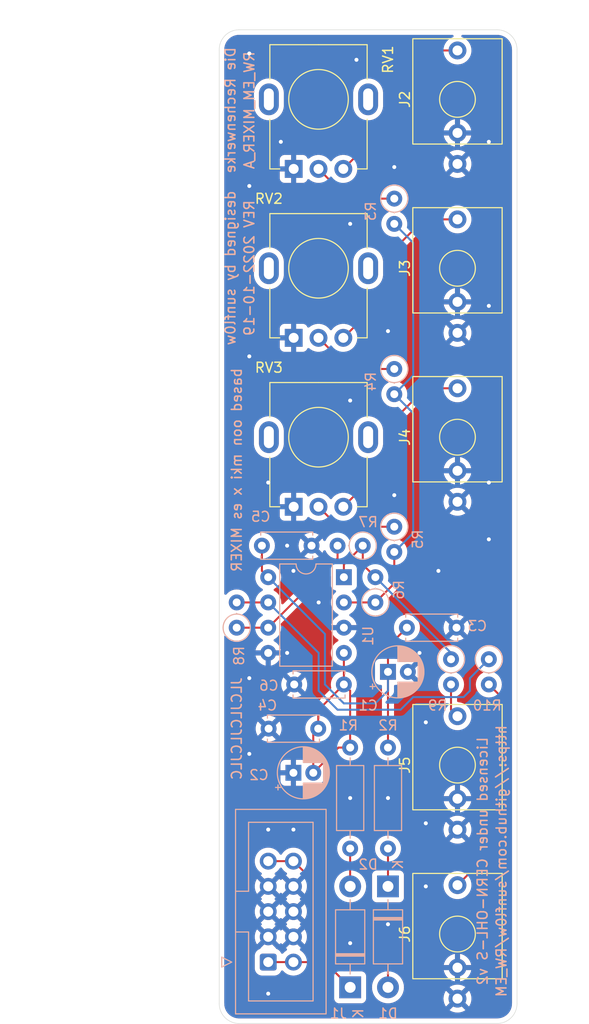
<source format=kicad_pcb>
(kicad_pcb (version 20211014) (generator pcbnew)
  (title_block (title "RW_EM_MIXER_A") (date "2022-10-19") (rev "2022-10-19") (comment 1 "Licensed under CERN-OHL-S v2+"))
  (layers (0 "F.Cu" signal) (31 "B.Cu" signal) (34 "B.Paste" user) (35 "F.Paste" user) (36 "B.SilkS" user "B.Silkscreen") (37 "F.SilkS" user "F.Silkscreen") (38 "B.Mask" user) (39 "F.Mask" user) (44 "Edge.Cuts" user))
  (net 0 "")
  (net 1 "+12V")
  (net 2 "GND")
  (net 3 "-12V")
  (net 4 "Net-(D1-Pad1)")
  (net 5 "Net-(D1-Pad2)")
  (net 6 "Net-(D2-Pad1)")
  (net 7 "Net-(D2-Pad2)")
  (net 8 "Net-(J2-PadT)")
  (net 9 "Net-(J3-PadT)")
  (net 10 "Net-(J4-PadT)")
  (net 11 "Net-(J5-PadT)")
  (net 12 "Net-(J6-PadT)")
  (net 13 "Net-(R3-Pad1)")
  (net 14 "Net-(R3-Pad2)")
  (net 15 "Net-(R4-Pad1)")
  (net 16 "Net-(R5-Pad1)")
  (net 17 "Net-(R6-Pad2)")
  (net 18 "Net-(R7-Pad2)")
  (net 19 "Net-(R10-Pad1)")
  (footprint "RW_EurorackModular:PJ301M-12" (layer "F.Cu") (at 134 71)
    (fp_text reference "J4" (at -5.3 0 90 unlocked) (layer "F.SilkS"))
    (fp_text value "PJ301M-12")
    (pad "S" thru_hole circle (at 0 6.5) (size 1.8 1.8) (drill 1) (layers *.Cu *.Mask) (net 2 "GND"))
    (pad "T" thru_hole circle (at 0 -4.92) (size 1.8 1.8) (drill 1) (layers *.Cu *.Mask) (net 10 "Net-(J4-PadT)"))
    (pad "TN" thru_hole oval (at 0 3.38) (size 1.8 1.8) (drill oval 1) (layers *.Cu *.Mask) (net 2 "GND"))
  )
  (footprint "RW_EurorackModular:PJ301M-12" (layer "F.Cu") (at 134 104)
    (fp_text reference "J5" (at -5.3 0 90 unlocked) (layer "F.SilkS"))
    (fp_text value "PJ301M-12")
    (pad "S" thru_hole circle (at 0 6.5) (size 1.8 1.8) (drill 1) (layers *.Cu *.Mask) (net 2 "GND"))
    (pad "T" thru_hole circle (at 0 -4.92) (size 1.8 1.8) (drill 1) (layers *.Cu *.Mask) (net 11 "Net-(J5-PadT)"))
    (pad "TN" thru_hole oval (at 0 3.38) (size 1.8 1.8) (drill oval 1) (layers *.Cu *.Mask) (net 2 "GND"))
  )
  (footprint "RW_EurorackModular:PJ301M-12" (layer "F.Cu") (at 134 37)
    (fp_text reference "J2" (at -5.3 0 90 unlocked) (layer "F.SilkS"))
    (fp_text value "PJ301M-12")
    (pad "S" thru_hole circle (at 0 6.5) (size 1.8 1.8) (drill 1) (layers *.Cu *.Mask) (net 2 "GND"))
    (pad "T" thru_hole circle (at 0 -4.92) (size 1.8 1.8) (drill 1) (layers *.Cu *.Mask) (net 8 "Net-(J2-PadT)"))
    (pad "TN" thru_hole oval (at 0 3.38) (size 1.8 1.8) (drill oval 1) (layers *.Cu *.Mask) (net 2 "GND"))
  )
  (footprint "RW_EurorackModular:PJ301M-12" (layer "F.Cu") (at 134 54)
    (fp_text reference "J3" (at -5.3 0 90 unlocked) (layer "F.SilkS"))
    (fp_text value "PJ301M-12")
    (pad "S" thru_hole circle (at 0 6.5) (size 1.8 1.8) (drill 1) (layers *.Cu *.Mask) (net 2 "GND"))
    (pad "T" thru_hole circle (at 0 -4.92) (size 1.8 1.8) (drill 1) (layers *.Cu *.Mask) (net 9 "Net-(J3-PadT)"))
    (pad "TN" thru_hole oval (at 0 3.38) (size 1.8 1.8) (drill oval 1) (layers *.Cu *.Mask) (net 2 "GND"))
  )
  (footprint "RW_EurorackModular:PJ301M-12" (layer "F.Cu") (at 134 121)
    (fp_text reference "J6" (at -5.3 0 90 unlocked) (layer "F.SilkS"))
    (fp_text value "PJ301M-12")
    (pad "S" thru_hole circle (at 0 6.5) (size 1.8 1.8) (drill 1) (layers *.Cu *.Mask) (net 2 "GND"))
    (pad "T" thru_hole circle (at 0 -4.92) (size 1.8 1.8) (drill 1) (layers *.Cu *.Mask) (net 12 "Net-(J6-PadT)"))
    (pad "TN" thru_hole oval (at 0 3.38) (size 1.8 1.8) (drill oval 1) (layers *.Cu *.Mask) (net 2 "GND"))
  )
  (footprint "RW_EurorackModular:Potentiometer_R0904N_SongHuei" (layer "F.Cu") (at 120 37)
    (fp_text reference "RV1" (at 7 -4 90 unlocked) (layer "F.SilkS"))
    (fp_text value "100k")
    (pad "" thru_hole oval (at -5 0) (size 2 3.2) (drill oval 1 2.2) (layers *.Cu *.Mask))
    (pad "" thru_hole oval (at 5 0) (size 2 3.2) (drill oval 1 2.2) (layers *.Cu *.Mask))
    (pad "1" thru_hole rect (at -2.5 7) (size 1.8 1.8) (drill 1) (layers *.Cu *.Mask) (net 2 "GND"))
    (pad "2" thru_hole circle (at 0 7) (size 1.8 1.8) (drill 1) (layers *.Cu *.Mask) (net 13 "Net-(R3-Pad1)"))
    (pad "3" thru_hole circle (at 2.5 7) (size 1.8 1.8) (drill 1) (layers *.Cu *.Mask) (net 8 "Net-(J2-PadT)"))
  )
  (footprint "RW_EurorackModular:Potentiometer_R0904N_SongHuei" (layer "F.Cu") (at 120 71)
    (fp_text reference "RV3" (at -5 -7 unlocked) (layer "F.SilkS"))
    (fp_text value "100k")
    (pad "" thru_hole oval (at -5 0) (size 2 3.2) (drill oval 1 2.2) (layers *.Cu *.Mask))
    (pad "" thru_hole oval (at 5 0) (size 2 3.2) (drill oval 1 2.2) (layers *.Cu *.Mask))
    (pad "1" thru_hole rect (at -2.5 7) (size 1.8 1.8) (drill 1) (layers *.Cu *.Mask) (net 2 "GND"))
    (pad "2" thru_hole circle (at 0 7) (size 1.8 1.8) (drill 1) (layers *.Cu *.Mask) (net 16 "Net-(R5-Pad1)"))
    (pad "3" thru_hole circle (at 2.5 7) (size 1.8 1.8) (drill 1) (layers *.Cu *.Mask) (net 10 "Net-(J4-PadT)"))
  )
  (footprint "RW_EurorackModular:Potentiometer_R0904N_SongHuei" (layer "F.Cu") (at 120 54)
    (fp_text reference "RV2" (at -5 -7 unlocked) (layer "F.SilkS"))
    (fp_text value "100k")
    (pad "" thru_hole oval (at 5 0) (size 2 3.2) (drill oval 1 2.2) (layers *.Cu *.Mask))
    (pad "" thru_hole oval (at -5 0) (size 2 3.2) (drill oval 1 2.2) (layers *.Cu *.Mask))
    (pad "1" thru_hole rect (at -2.5 7) (size 1.8 1.8) (drill 1) (layers *.Cu *.Mask) (net 2 "GND"))
    (pad "2" thru_hole circle (at 0 7) (size 1.8 1.8) (drill 1) (layers *.Cu *.Mask) (net 15 "Net-(R4-Pad1)"))
    (pad "3" thru_hole circle (at 2.5 7) (size 1.8 1.8) (drill 1) (layers *.Cu *.Mask) (net 9 "Net-(J3-PadT)"))
  )
  (footprint "Resistor_THT:R_Axial_DIN0207_L6.3mm_D2.5mm_P2.54mm_Vertical" (layer "B.Cu") (at 127.635 80.01 -90)
    (fp_text reference "R5" (at 1.27 -2.365 90) (layer "B.SilkS") (effects (justify mirror)))
    (fp_text value "100k")
    (pad "1" thru_hole circle (at 0 0 270) (size 1.6 1.6) (drill 0.8) (layers *.Cu *.Mask) (net 16 "Net-(R5-Pad1)"))
    (pad "2" thru_hole oval (at 2.54 0 270) (size 1.6 1.6) (drill 0.8) (layers *.Cu *.Mask) (net 14 "Net-(R3-Pad2)"))
  )
  (footprint "Resistor_THT:R_Axial_DIN0207_L6.3mm_D2.5mm_P2.54mm_Vertical" (layer "B.Cu") (at 125.73 87.63 90)
    (fp_text reference "R6" (at 1.27 2.37 90) (layer "B.SilkS") (effects (justify mirror)))
    (fp_text value "100k")
    (pad "1" thru_hole circle (at 0 0 90) (size 1.6 1.6) (drill 0.8) (layers *.Cu *.Mask) (net 14 "Net-(R3-Pad2)"))
    (pad "2" thru_hole oval (at 2.54 0 90) (size 1.6 1.6) (drill 0.8) (layers *.Cu *.Mask) (net 17 "Net-(R6-Pad2)"))
  )
  (footprint "Capacitor_THT:C_Disc_D5.0mm_W2.5mm_P5.00mm" (layer "B.Cu") (at 114.975 100.33)
    (fp_text reference "C4" (at -0.12 -2.33) (layer "B.SilkS") (effects (justify mirror)))
    (fp_text value "100nF")
    (pad "1" thru_hole circle (at 0 0) (size 1.6 1.6) (drill 0.8) (layers *.Cu *.Mask) (net 2 "GND"))
    (pad "2" thru_hole circle (at 5 0) (size 1.6 1.6) (drill 0.8) (layers *.Cu *.Mask) (net 3 "-12V"))
  )
  (footprint "Capacitor_THT:C_Disc_D5.0mm_W2.5mm_P5.00mm" (layer "B.Cu") (at 117.555 95.885)
    (fp_text reference "C6" (at -2.555 0.115) (layer "B.SilkS") (effects (justify mirror)))
    (fp_text value "100nF")
    (pad "1" thru_hole circle (at 0 0) (size 1.6 1.6) (drill 0.8) (layers *.Cu *.Mask) (net 2 "GND"))
    (pad "2" thru_hole circle (at 5 0) (size 1.6 1.6) (drill 0.8) (layers *.Cu *.Mask) (net 3 "-12V"))
  )
  (footprint "Connector_IDC:IDC-Header_2x05_P2.54mm_Vertical" (layer "B.Cu") (at 114.935 123.825)
    (fp_text reference "J1" (at 7.065 5.175) (layer "B.SilkS") (effects (justify mirror)))
    (fp_text value "IDC_02x05")
    (pad "1" thru_hole roundrect (at 0 0) (size 1.7 1.7) (drill 1) (layers *.Cu *.Mask) (roundrect_rratio 0.1470588235) (net 6 "Net-(D2-Pad1)"))
    (pad "2" thru_hole circle (at 2.54 0) (size 1.7 1.7) (drill 1) (layers *.Cu *.Mask) (net 6 "Net-(D2-Pad1)"))
    (pad "3" thru_hole circle (at 0 -2.54) (size 1.7 1.7) (drill 1) (layers *.Cu *.Mask) (net 2 "GND"))
    (pad "4" thru_hole circle (at 2.54 -2.54) (size 1.7 1.7) (drill 1) (layers *.Cu *.Mask) (net 2 "GND"))
    (pad "5" thru_hole circle (at 0 -5.08) (size 1.7 1.7) (drill 1) (layers *.Cu *.Mask) (net 2 "GND"))
    (pad "6" thru_hole circle (at 2.54 -5.08) (size 1.7 1.7) (drill 1) (layers *.Cu *.Mask) (net 2 "GND"))
    (pad "7" thru_hole circle (at 0 -7.62) (size 1.7 1.7) (drill 1) (layers *.Cu *.Mask) (net 2 "GND"))
    (pad "8" thru_hole circle (at 2.54 -7.62) (size 1.7 1.7) (drill 1) (layers *.Cu *.Mask) (net 2 "GND"))
    (pad "9" thru_hole circle (at 0 -10.16) (size 1.7 1.7) (drill 1) (layers *.Cu *.Mask) (net 5 "Net-(D1-Pad2)"))
    (pad "10" thru_hole circle (at 2.54 -10.16) (size 1.7 1.7) (drill 1) (layers *.Cu *.Mask) (net 5 "Net-(D1-Pad2)"))
  )
  (footprint "Diode_THT:D_DO-41_SOD81_P10.16mm_Horizontal" (layer "B.Cu") (at 123.19 126.365 90)
    (fp_text reference "D2" (at 12.365 1.81 180) (layer "B.SilkS") (effects (justify mirror)))
    (fp_text value "1N5819")
    (fp_text user "K" (at -2.635 0.81 90) (layer "B.SilkS") (effects (justify mirror)))
    (pad "1" thru_hole rect (at 0 0 90) (size 2.2 2.2) (drill 1.1) (layers *.Cu *.Mask) (net 6 "Net-(D2-Pad1)"))
    (pad "2" thru_hole oval (at 10.16 0 90) (size 2.2 2.2) (drill 1.1) (layers *.Cu *.Mask) (net 7 "Net-(D2-Pad2)"))
  )
  (footprint "Resistor_THT:R_Axial_DIN0207_L6.3mm_D2.5mm_P10.16mm_Horizontal" (layer "B.Cu") (at 127 112.395 90)
    (fp_text reference "R2" (at 12.395 0 180) (layer "B.SilkS") (effects (justify mirror)))
    (fp_text value "10")
    (pad "1" thru_hole circle (at 0 0 90) (size 1.6 1.6) (drill 0.8) (layers *.Cu *.Mask) (net 4 "Net-(D1-Pad1)"))
    (pad "2" thru_hole oval (at 10.16 0 90) (size 1.6 1.6) (drill 0.8) (layers *.Cu *.Mask) (net 1 "+12V"))
  )
  (footprint "Resistor_THT:R_Axial_DIN0207_L6.3mm_D2.5mm_P2.54mm_Vertical" (layer "B.Cu") (at 137.16 93.345 -90)
    (fp_text reference "R10" (at 4.655 0.16 180) (layer "B.SilkS") (effects (justify mirror)))
    (fp_text value "1k")
    (pad "1" thru_hole circle (at 0 0 270) (size 1.6 1.6) (drill 0.8) (layers *.Cu *.Mask) (net 19 "Net-(R10-Pad1)"))
    (pad "2" thru_hole oval (at 2.54 0 270) (size 1.6 1.6) (drill 0.8) (layers *.Cu *.Mask) (net 12 "Net-(J6-PadT)"))
  )
  (footprint "Resistor_THT:R_Axial_DIN0207_L6.3mm_D2.5mm_P2.54mm_Vertical" (layer "B.Cu") (at 127.635 64.135 -90)
    (fp_text reference "R4" (at 1.27 2.37 90) (layer "B.SilkS") (effects (justify mirror)))
    (fp_text value "100k")
    (pad "1" thru_hole circle (at 0 0 270) (size 1.6 1.6) (drill 0.8) (layers *.Cu *.Mask) (net 15 "Net-(R4-Pad1)"))
    (pad "2" thru_hole oval (at 2.54 0 270) (size 1.6 1.6) (drill 0.8) (layers *.Cu *.Mask) (net 14 "Net-(R3-Pad2)"))
  )
  (footprint "Resistor_THT:R_Axial_DIN0207_L6.3mm_D2.5mm_P2.54mm_Vertical" (layer "B.Cu") (at 124.46 81.915 180)
    (fp_text reference "R7" (at -0.54 2.37) (layer "B.SilkS") (effects (justify mirror)))
    (fp_text value "100k")
    (pad "1" thru_hole circle (at 0 0 180) (size 1.6 1.6) (drill 0.8) (layers *.Cu *.Mask) (net 17 "Net-(R6-Pad2)"))
    (pad "2" thru_hole oval (at 2.54 0 180) (size 1.6 1.6) (drill 0.8) (layers *.Cu *.Mask) (net 18 "Net-(R7-Pad2)"))
  )
  (footprint "Resistor_THT:R_Axial_DIN0207_L6.3mm_D2.5mm_P2.54mm_Vertical" (layer "B.Cu") (at 133.35 93.345 -90)
    (fp_text reference "R9" (at 4.655 1.35 180) (layer "B.SilkS") (effects (justify mirror)))
    (fp_text value "1k")
    (pad "1" thru_hole circle (at 0 0 270) (size 1.6 1.6) (drill 0.8) (layers *.Cu *.Mask) (net 17 "Net-(R6-Pad2)"))
    (pad "2" thru_hole oval (at 2.54 0 270) (size 1.6 1.6) (drill 0.8) (layers *.Cu *.Mask) (net 11 "Net-(J5-PadT)"))
  )
  (footprint "Package_DIP:DIP-8_W7.62mm" (layer "B.Cu") (at 122.555 85.09 180)
    (fp_text reference "U1" (at -2.445 -5.91 270) (layer "B.SilkS") (effects (justify mirror)))
    (fp_text value "TL072")
    (pad "1" thru_hole rect (at 0 0 180) (size 1.6 1.6) (drill 0.8) (layers *.Cu *.Mask) (net 17 "Net-(R6-Pad2)"))
    (pad "2" thru_hole oval (at 0 -2.54 180) (size 1.6 1.6) (drill 0.8) (layers *.Cu *.Mask) (net 14 "Net-(R3-Pad2)"))
    (pad "3" thru_hole oval (at 0 -5.08 180) (size 1.6 1.6) (drill 0.8) (layers *.Cu *.Mask) (net 2 "GND"))
    (pad "4" thru_hole oval (at 0 -7.62 180) (size 1.6 1.6) (drill 0.8) (layers *.Cu *.Mask) (net 3 "-12V"))
    (pad "5" thru_hole oval (at 7.62 -7.62 180) (size 1.6 1.6) (drill 0.8) (layers *.Cu *.Mask) (net 2 "GND"))
    (pad "6" thru_hole oval (at 7.62 -5.08 180) (size 1.6 1.6) (drill 0.8) (layers *.Cu *.Mask) (net 18 "Net-(R7-Pad2)"))
    (pad "7" thru_hole oval (at 7.62 -2.54 180) (size 1.6 1.6) (drill 0.8) (layers *.Cu *.Mask) (net 19 "Net-(R10-Pad1)"))
    (pad "8" thru_hole oval (at 7.62 0 180) (size 1.6 1.6) (drill 0.8) (layers *.Cu *.Mask) (net 1 "+12V"))
  )
  (footprint "Diode_THT:D_DO-41_SOD81_P10.16mm_Horizontal" (layer "B.Cu") (at 127 116.205 -90)
    (fp_text reference "D1" (at 12.795 0 180) (layer "B.SilkS") (effects (justify mirror)))
    (fp_text value "1N5819")
    (fp_text user "K" (at -2.205 -1 90) (layer "B.SilkS") (effects (justify mirror)))
    (pad "1" thru_hole rect (at 0 0 270) (size 2.2 2.2) (drill 1.1) (layers *.Cu *.Mask) (net 4 "Net-(D1-Pad1)"))
    (pad "2" thru_hole oval (at 10.16 0 270) (size 2.2 2.2) (drill 1.1) (layers *.Cu *.Mask) (net 5 "Net-(D1-Pad2)"))
  )
  (footprint "Resistor_THT:R_Axial_DIN0207_L6.3mm_D2.5mm_P2.54mm_Vertical" (layer "B.Cu") (at 127.635 46.99 -90)
    (fp_text reference "R3" (at 1.27 2.37 90) (layer "B.SilkS") (effects (justify mirror)))
    (fp_text value "100k")
    (pad "1" thru_hole circle (at 0 0 270) (size 1.6 1.6) (drill 0.8) (layers *.Cu *.Mask) (net 13 "Net-(R3-Pad1)"))
    (pad "2" thru_hole oval (at 2.54 0 270) (size 1.6 1.6) (drill 0.8) (layers *.Cu *.Mask) (net 14 "Net-(R3-Pad2)"))
  )
  (footprint "Resistor_THT:R_Axial_DIN0207_L6.3mm_D2.5mm_P2.54mm_Vertical" (layer "B.Cu") (at 111.76 90.17 90)
    (fp_text reference "R8" (at -2.83 0.24 90) (layer "B.SilkS") (effects (justify mirror)))
    (fp_text value "100k")
    (pad "1" thru_hole circle (at 0 0 90) (size 1.6 1.6) (drill 0.8) (layers *.Cu *.Mask) (net 18 "Net-(R7-Pad2)"))
    (pad "2" thru_hole oval (at 2.54 0 90) (size 1.6 1.6) (drill 0.8) (layers *.Cu *.Mask) (net 19 "Net-(R10-Pad1)"))
  )
  (footprint "Capacitor_THT:C_Disc_D5.0mm_W2.5mm_P5.00mm" (layer "B.Cu") (at 114.3 81.915)
    (fp_text reference "C5" (at -0.12 -2.915) (layer "B.SilkS") (effects (justify mirror)))
    (fp_text value "100nF")
    (pad "1" thru_hole circle (at 0 0) (size 1.6 1.6) (drill 0.8) (layers *.Cu *.Mask) (net 1 "+12V"))
    (pad "2" thru_hole circle (at 5 0) (size 1.6 1.6) (drill 0.8) (layers *.Cu *.Mask) (net 2 "GND"))
  )
  (footprint "Capacitor_THT:CP_Radial_D5.0mm_P2.00mm" (layer "B.Cu") (at 127 94.615)
    (fp_text reference "C1" (at -2 3.385) (layer "B.SilkS") (effects (justify mirror)))
    (fp_text value "47uF")
    (pad "1" thru_hole rect (at 0 0) (size 1.6 1.6) (drill 0.8) (layers *.Cu *.Mask) (net 1 "+12V"))
    (pad "2" thru_hole circle (at 2 0) (size 1.6 1.6) (drill 0.8) (layers *.Cu *.Mask) (net 2 "GND"))
  )
  (footprint "Capacitor_THT:C_Disc_D5.0mm_W2.5mm_P5.00mm" (layer "B.Cu") (at 128.905 90.17)
    (fp_text reference "C3" (at 7.095 -0.17) (layer "B.SilkS") (effects (justify mirror)))
    (fp_text value "100nF")
    (pad "1" thru_hole circle (at 0 0) (size 1.6 1.6) (drill 0.8) (layers *.Cu *.Mask) (net 1 "+12V"))
    (pad "2" thru_hole circle (at 5 0) (size 1.6 1.6) (drill 0.8) (layers *.Cu *.Mask) (net 2 "GND"))
  )
  (footprint "Resistor_THT:R_Axial_DIN0207_L6.3mm_D2.5mm_P10.16mm_Horizontal" (layer "B.Cu") (at 123.19 112.395 90)
    (fp_text reference "R1" (at 12.395 -0.19 180) (layer "B.SilkS") (effects (justify mirror)))
    (fp_text value "10")
    (pad "1" thru_hole circle (at 0 0 90) (size 1.6 1.6) (drill 0.8) (layers *.Cu *.Mask) (net 7 "Net-(D2-Pad2)"))
    (pad "2" thru_hole oval (at 10.16 0 90) (size 1.6 1.6) (drill 0.8) (layers *.Cu *.Mask) (net 3 "-12V"))
  )
  (footprint "Capacitor_THT:CP_Radial_D5.0mm_P2.00mm" (layer "B.Cu") (at 117.475 104.775)
    (fp_text reference "C2" (at -3.475 0.225) (layer "B.SilkS") (effects (justify mirror)))
    (fp_text value "47uF")
    (pad "1" thru_hole rect (at 0 0) (size 1.6 1.6) (drill 0.8) (layers *.Cu *.Mask) (net 2 "GND"))
    (pad "2" thru_hole circle (at 2 0) (size 1.6 1.6) (drill 0.8) (layers *.Cu *.Mask) (net 3 "-12V"))
  )
  (gr_arc (start 112 130) (mid 110.585786 129.414214) (end 110 128) (layer "Edge.Cuts") (width 0.05))
  (gr_line (start 140 128) (end 140 32) (layer "Edge.Cuts") (width 0.05))
  (gr_arc (start 110 32) (mid 110.585786 30.585786) (end 112 30) (layer "Edge.Cuts") (width 0.05))
  (gr_line (start 138 30) (end 112 30) (layer "Edge.Cuts") (width 0.05))
  (gr_line (start 110 32) (end 110 128) (layer "Edge.Cuts") (width 0.05))
  (gr_arc (start 140 128) (mid 139.414214 129.414214) (end 138 130) (layer "Edge.Cuts") (width 0.05))
  (gr_arc (start 138 30) (mid 139.414214 30.585786) (end 140 32) (layer "Edge.Cuts") (width 0.05))
  (gr_line (start 112 130) (end 138 130) (layer "Edge.Cuts") (width 0.05))
  (gr_text "RW_EM_MIXER_A" (at 113.03 38.1 90) (layer "B.SilkS") (effects (font (size 1 1) (thickness 0.16)) (justify mirror)))
  (gr_text "Die Rechenwerke" (at 111.125 38.1 90) (layer "B.SilkS") (effects (font (size 1 1) (thickness 0.16)) (justify mirror)))
  (gr_text "based oon mki x es MIXER" (at 111.76 74.295 90) (layer "B.SilkS") (effects (font (size 1 1) (thickness 0.16)) (justify mirror)))
  (gr_text "Licensed under CERN-OHL-S v2" (at 136.525 113.665 90) (layer "B.SilkS") (effects (font (size 1 1) (thickness 0.16)) (justify mirror)))
  (gr_text "REV 2022-10-19" (at 113.03 53.975 90) (layer "B.SilkS") (effects (font (size 1 1) (thickness 0.16)) (justify mirror)))
  (gr_text "JLCJLCJLCJLC" (at 111.76 100.33 90) (layer "B.SilkS") (effects (font (size 1 1) (thickness 0.16)) (justify mirror)))
  (gr_text "designed by sunfl0w" (at 111.125 53.975 90) (layer "B.SilkS") (effects (font (size 1 1) (thickness 0.16)) (justify mirror)))
  (gr_text "https://github.com/sunfl0w/RW_EM" (at 138.43 113.665 90) (layer "B.SilkS") (effects (font (size 1 1) (thickness 0.16)) (justify mirror)))
  (segment (start 127 94.615) (end 127 92.075) (width 0.2) (layer "F.Cu") (net 1))
  (segment (start 127 102.235) (end 127 94.615) (width 0.2) (layer "F.Cu") (net 1))
  (segment (start 114.3 81.915) (end 114.3 84.455) (width 0.2) (layer "F.Cu") (net 1))
  (segment (start 114.3 84.455) (end 114.935 85.09) (width 0.2) (layer "F.Cu") (net 1))
  (segment (start 127 92.075) (end 128.905 90.17) (width 0.2) (layer "F.Cu") (net 1))
  (segment (start 127 96.52) (end 127 94.615) (width 0.2) (layer "B.Cu") (net 1))
  (segment (start 120.65 90.805) (end 120.65 95.885) (width 0.2) (layer "B.Cu") (net 1))
  (segment (start 125.73 97.79) (end 127 96.52) (width 0.2) (layer "B.Cu") (net 1))
  (segment (start 122.555 97.79) (end 125.73 97.79) (width 0.2) (layer "B.Cu") (net 1))
  (segment (start 114.935 85.09) (end 120.65 90.805) (width 0.2) (layer "B.Cu") (net 1))
  (segment (start 120.65 95.885) (end 122.555 97.79) (width 0.2) (layer "B.Cu") (net 1))
  (via (at 113.03 102.87) (size 0.8) (drill 0.4) (layers "F.Cu" "B.Cu") (net 2))
  (via (at 117.475 110.49) (size 0.8) (drill 0.4) (layers "F.Cu" "B.Cu") (net 2))
  (via (at 127.635 76.835) (size 0.8) (drill 0.4) (layers "F.Cu" "B.Cu") (net 2))
  (via (at 130.81 99.695) (size 0.8) (drill 0.4) (layers "F.Cu" "B.Cu") (net 2))
  (via (at 137.16 75.565) (size 0.8) (drill 0.4) (layers "F.Cu" "B.Cu") (net 2))
  (via (at 123.19 49.53) (size 0.8) (drill 0.4) (layers "F.Cu" "B.Cu") (net 2))
  (via (at 116.84 92.71) (size 0.8) (drill 0.4) (layers "F.Cu" "B.Cu") (net 2))
  (via (at 123.19 121.92) (size 0.8) (drill 0.4) (layers "F.Cu" "B.Cu") (net 2))
  (via (at 114.935 127) (size 0.8) (drill 0.4) (layers "F.Cu" "B.Cu") (net 2))
  (via (at 113.03 95.25) (size 0.8) (drill 0.4) (layers "F.Cu" "B.Cu") (net 2))
  (via (at 127.635 43.815) (size 0.8) (drill 0.4) (layers "F.Cu" "B.Cu") (net 2))
  (via (at 130.175 92.71) (size 0.8) (drill 0.4) (layers "F.Cu" "B.Cu") (net 2))
  (via (at 123.19 107.315) (size 0.8) (drill 0.4) (layers "F.Cu" "B.Cu") (net 2))
  (via (at 137.16 81.28) (size 0.8) (drill 0.4) (layers "F.Cu" "B.Cu") (net 2))
  (via (at 127 107.315) (size 0.8) (drill 0.4) (layers "F.Cu" "B.Cu") (net 2))
  (via (at 137.16 41.275) (size 0.8) (drill 0.4) (layers "F.Cu" "B.Cu") (net 2))
  (via (at 123.825 33.02) (size 0.8) (drill 0.4) (layers "F.Cu" "B.Cu") (net 2))
  (via (at 127 120.015) (size 0.8) (drill 0.4) (layers "F.Cu" "B.Cu") (net 2))
  (via (at 130.81 116.205) (size 0.8) (drill 0.4) (layers "F.Cu" "B.Cu") (net 2))
  (via (at 120.015 87.63) (size 0.8) (drill 0.4) (layers "F.Cu" "B.Cu") (net 2))
  (via (at 130.81 109.855) (size 0.8) (drill 0.4) (layers "F.Cu" "B.Cu") (net 2))
  (via (at 114.935 75.565) (size 0.8) (drill 0.4) (layers "F.Cu" "B.Cu") (net 2))
  (via (at 113.03 32.385) (size 0.8) (drill 0.4) (layers "F.Cu" "B.Cu") (net 2))
  (via (at 137.16 57.785) (size 0.8) (drill 0.4) (layers "F.Cu" "B.Cu") (net 2))
  (via (at 123.19 67.31) (size 0.8) (drill 0.4) (layers "F.Cu" "B.Cu") (net 2))
  (via (at 116.84 81.915) (size 0.8) (drill 0.4) (layers "F.Cu" "B.Cu") (net 2))
  (via (at 132.08 84.455) (size 0.8) (drill 0.4) (layers "F.Cu" "B.Cu") (net 2))
  (via (at 113.03 62.865) (size 0.8) (drill 0.4) (layers "F.Cu" "B.Cu") (net 2))
  (via (at 116.205 41.275) (size 0.8) (drill 0.4) (layers "F.Cu" "B.Cu") (net 2))
  (via (at 114.935 110.49) (size 0.8) (drill 0.4) (layers "F.Cu" "B.Cu") (net 2))
  (via (at 117.475 84.455) (size 0.8) (drill 0.4) (layers "F.Cu" "B.Cu") (net 2))
  (via (at 127 60.325) (size 0.8) (drill 0.4) (layers "F.Cu" "B.Cu") (net 2))
  (via (at 113.03 45.72) (size 0.8) (drill 0.4) (layers "F.Cu" "B.Cu") (net 2))
  (segment (start 119.975 98.465) (end 122.555 95.885) (width 0.2) (layer "F.Cu") (net 3))
  (segment (start 119.475 104.775) (end 119.475 100.83) (width 0.2) (layer "F.Cu") (net 3))
  (segment (start 119.475 100.83) (end 119.975 100.33) (width 0.2) (layer "F.Cu") (net 3))
  (segment (start 122.015 102.235) (end 119.475 104.775) (width 0.2) (layer "F.Cu") (net 3))
  (segment (start 123.19 102.235) (end 122.015 102.235) (width 0.2) (layer "F.Cu") (net 3))
  (segment (start 119.975 100.33) (end 119.975 98.465) (width 0.2) (layer "F.Cu") (net 3))
  (segment (start 123.19 102.235) (end 123.19 96.52) (width 0.2) (layer "F.Cu") (net 3))
  (segment (start 122.555 95.885) (end 122.555 92.71) (width 0.2) (layer "F.Cu") (net 3))
  (segment (start 123.19 96.52) (end 122.555 95.885) (width 0.2) (layer "F.Cu") (net 3))
  (segment (start 127 116.205) (end 127 112.395) (width 0.2) (layer "F.Cu") (net 4))
  (segment (start 127 123.19) (end 127 126.365) (width 0.2) (layer "F.Cu") (net 5))
  (segment (start 117.475 113.665) (end 127 123.19) (width 0.2) (layer "F.Cu") (net 5))
  (segment (start 114.935 113.665) (end 117.475 113.665) (width 0.2) (layer "F.Cu") (net 5))
  (segment (start 120.65 123.825) (end 123.19 126.365) (width 0.2) (layer "F.Cu") (net 6))
  (segment (start 117.475 123.825) (end 120.65 123.825) (width 0.2) (layer "F.Cu") (net 6))
  (segment (start 114.935 123.825) (end 117.475 123.825) (width 0.2) (layer "F.Cu") (net 6))
  (segment (start 123.19 116.205) (end 123.19 112.395) (width 0.2) (layer "F.Cu") (net 7))
  (segment (start 129.21 32.08) (end 134 32.08) (width 0.2) (layer "F.Cu") (net 8))
  (segment (start 127.635 33.655) (end 129.21 32.08) (width 0.2) (layer "F.Cu") (net 8))
  (segment (start 127.635 38.865) (end 127.635 33.655) (width 0.2) (layer "F.Cu") (net 8))
  (segment (start 122.5 44) (end 127.635 38.865) (width 0.2) (layer "F.Cu") (net 8))
  (segment (start 127.635 55.865) (end 127.635 52.07) (width 0.2) (layer "F.Cu") (net 9))
  (segment (start 122.5 61) (end 127.635 55.865) (width 0.2) (layer "F.Cu") (net 9))
  (segment (start 130.625 49.08) (end 134 49.08) (width 0.2) (layer "F.Cu") (net 9))
  (segment (start 127.635 52.07) (end 130.625 49.08) (width 0.2) (layer "F.Cu") (net 9))
  (segment (start 130.77 66.08) (end 134 66.08) (width 0.2) (layer "F.Cu") (net 10))
  (segment (start 127.635 72.865) (end 127.635 69.215) (width 0.2) (layer "F.Cu") (net 10))
  (segment (start 122.5 78) (end 127.635 72.865) (width 0.2) (layer "F.Cu") (net 10))
  (segment (start 127.635 69.215) (end 130.77 66.08) (width 0.2) (layer "F.Cu") (net 10))
  (segment (start 133.35 95.885) (end 133.35 98.43) (width 0.2) (layer "F.Cu") (net 11))
  (segment (start 133.35 98.43) (end 134 99.08) (width 0.2) (layer "F.Cu") (net 11))
  (segment (start 137.16 95.885) (end 138.43 97.155) (width 0.2) (layer "F.Cu") (net 12))
  (segment (start 138.43 111.65) (end 134 116.08) (width 0.2) (layer "F.Cu") (net 12))
  (segment (start 138.43 97.155) (end 138.43 111.65) (width 0.2) (layer "F.Cu") (net 12))
  (segment (start 122.99 46.99) (end 127.635 46.99) (width 0.2) (layer "F.Cu") (net 13))
  (segment (start 120 44) (end 122.99 46.99) (width 0.2) (layer "F.Cu") (net 13))
  (segment (start 125.73 87.63) (end 127.635 85.725) (width 0.2) (layer "F.Cu") (net 14))
  (segment (start 125.73 87.63) (end 122.555 87.63) (width 0.2) (layer "F.Cu") (net 14))
  (segment (start 127.635 85.725) (end 127.635 82.55) (width 0.2) (layer "F.Cu") (net 14))
  (segment (start 129.54 80.645) (end 127.635 82.55) (width 0.2) (layer "B.Cu") (net 14))
  (segment (start 127.635 49.53) (end 129.54 51.435) (width 0.2) (layer "B.Cu") (net 14))
  (segment (start 129.54 64.77) (end 127.635 66.675) (width 0.2) (layer "B.Cu") (net 14))
  (segment (start 129.54 68.58) (end 129.54 80.645) (width 0.2) (layer "B.Cu") (net 14))
  (segment (start 129.54 51.435) (end 129.54 64.77) (width 0.2) (layer "B.Cu") (net 14))
  (segment (start 127.635 66.675) (end 129.54 68.58) (width 0.2) (layer "B.Cu") (net 14))
  (segment (start 123.135 64.135) (end 127.635 64.135) (width 0.2) (layer "F.Cu") (net 15))
  (segment (start 120 61) (end 123.135 64.135) (width 0.2) (layer "F.Cu") (net 15))
  (segment (start 127.635 80.01) (end 122.01 80.01) (width 0.2) (layer "F.Cu") (net 16))
  (segment (start 122.01 80.01) (end 120 78) (width 0.2) (layer "F.Cu") (net 16))
  (segment (start 124.46 81.915) (end 124.46 83.82) (width 0.2) (layer "F.Cu") (net 17))
  (segment (start 122.555 83.82) (end 124.46 81.915) (width 0.2) (layer "F.Cu") (net 17))
  (segment (start 124.46 83.82) (end 125.73 85.09) (width 0.2) (layer "F.Cu") (net 17))
  (segment (start 122.555 85.09) (end 122.555 83.82) (width 0.2) (layer "F.Cu") (net 17))
  (segment (start 133.35 93.345) (end 133.35 92.71) (width 0.2) (layer "B.Cu") (net 17))
  (segment (start 133.35 92.71) (end 125.73 85.09) (width 0.2) (layer "B.Cu") (net 17))
  (segment (start 121.92 83.185) (end 114.935 90.17) (width 0.2) (layer "F.Cu") (net 18))
  (segment (start 111.76 90.17) (end 114.935 90.17) (width 0.2) (layer "F.Cu") (net 18))
  (segment (start 121.92 81.915) (end 121.92 83.185) (width 0.2) (layer "F.Cu") (net 18))
  (segment (start 114.935 87.63) (end 111.76 87.63) (width 0.2) (layer "F.Cu") (net 19))
  (segment (start 135.255 96.52) (end 135.255 95.25) (width 0.2) (layer "B.Cu") (net 19))
  (segment (start 114.935 87.63) (end 120.015 92.71) (width 0.2) (layer "B.Cu") (net 19))
  (segment (start 120.015 92.71) (end 120.015 96.52) (width 0.2) (layer "B.Cu") (net 19))
  (segment (start 121.92 98.425) (end 128.27 98.425) (width 0.2) (layer "B.Cu") (net 19))
  (segment (start 135.255 95.25) (end 137.16 93.345) (width 0.2) (layer "B.Cu") (net 19))
  (segment (start 120.015 96.52) (end 121.92 98.425) (width 0.2) (layer "B.Cu") (net 19))
  (segment (start 129.54 97.155) (end 134.62 97.155) (width 0.2) (layer "B.Cu") (net 19))
  (segment (start 128.27 98.425) (end 129.54 97.155) (width 0.2) (layer "B.Cu") (net 19))
  (segment (start 134.62 97.155) (end 135.255 96.52) (width 0.2) (layer "B.Cu") (net 19))
  (zone (net 2) (net_name "GND") (layer "F.Cu") (connect_pads (clearance 0.508)) (min_thickness 0.254) (fill yes (thermal_gap 0.508) (thermal_bridge_width 0.508))
    (polygon (pts (xy 140 130) (xy 110 130) (xy 110 30) (xy 140 30)))
  )
  (zone (net 2) (net_name "GND") (layer "B.Cu") (connect_pads (clearance 0.508)) (min_thickness 0.254) (fill yes (thermal_gap 0.508) (thermal_bridge_width 0.508))
    (polygon (pts (xy 140 130) (xy 110 130) (xy 110 30) (xy 140 30)))
  )
)
</source>
